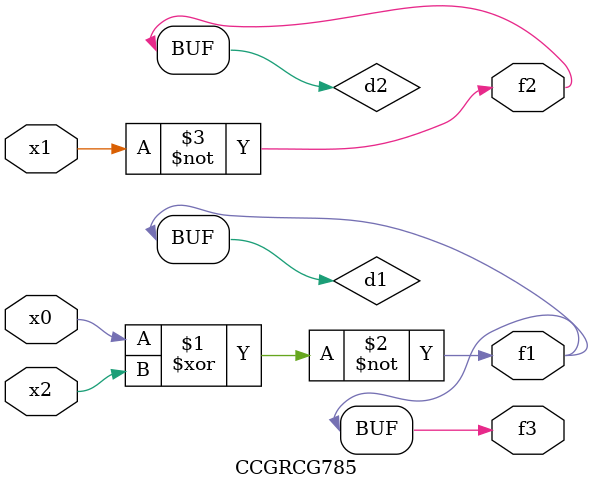
<source format=v>
module CCGRCG785(
	input x0, x1, x2,
	output f1, f2, f3
);

	wire d1, d2, d3;

	xnor (d1, x0, x2);
	nand (d2, x1);
	nor (d3, x1, x2);
	assign f1 = d1;
	assign f2 = d2;
	assign f3 = d1;
endmodule

</source>
